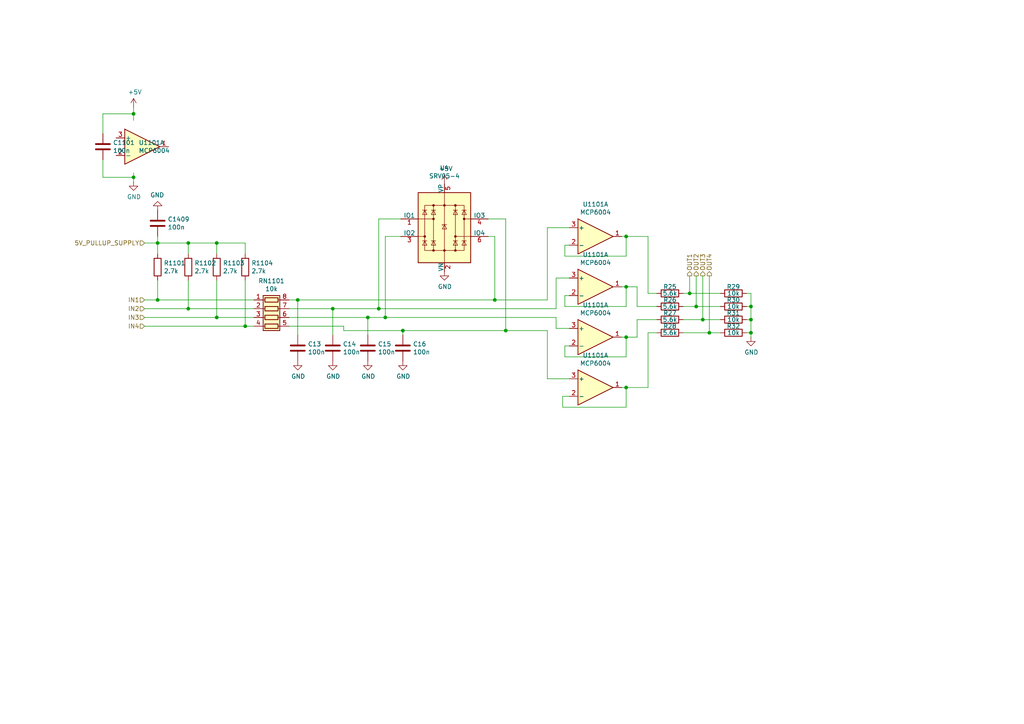
<source format=kicad_sch>
(kicad_sch (version 20211123) (generator eeschema)
  (paper "A4")
  (title_block (title "rusEfi Proteus") (date "2022-04-09") (rev "v0.7") (company "rusEFI") (comment 1 "github.com/mck1117/proteus") (comment 2 "rusefi.com/s/proteus"))
  (lib_symbols
    (symbol "Amplifier_Operational:MCP6004" (pin_names (offset 0.127))
      (property "Reference" "U" (at 0 5.08 0))
      (property "Value" "MCP6004" (at 0 -5.08 0))
      (symbol "MCP6004_1_1"
        (polyline (pts (xy -5.08 5.08) (xy 5.08 0) (xy -5.08 -5.08) (xy -5.08 5.08)) (stroke (width 0.254)) (fill (type background)))
        (pin output line (at 7.62 0 180) (length 2.54) (name "~") (number "1"))
        (pin input line (at -7.62 -2.54 0) (length 2.54) (name "-") (number "2"))
        (pin input line (at -7.62 2.54 0) (length 2.54) (name "+") (number "3"))
      )
      (symbol "MCP6004_2_1"
        (polyline (pts (xy -5.08 5.08) (xy 5.08 0) (xy -5.08 -5.08) (xy -5.08 5.08)) (stroke (width 0.254)) (fill (type background)))
        (pin input line (at -7.62 2.54 0) (length 2.54) (name "+") (number "5"))
        (pin input line (at -7.62 -2.54 0) (length 2.54) (name "-") (number "6"))
        (pin output line (at 7.62 0 180) (length 2.54) (name "~") (number "7"))
      )
      (symbol "MCP6004_3_1"
        (polyline (pts (xy -5.08 5.08) (xy 5.08 0) (xy -5.08 -5.08) (xy -5.08 5.08)) (stroke (width 0.254)) (fill (type background)))
        (pin input line (at -7.62 2.54 0) (length 2.54) (name "+") (number "10"))
        (pin output line (at 7.62 0 180) (length 2.54) (name "~") (number "8"))
        (pin input line (at -7.62 -2.54 0) (length 2.54) (name "-") (number "9"))
      )
      (symbol "MCP6004_4_1"
        (polyline (pts (xy -5.08 5.08) (xy 5.08 0) (xy -5.08 -5.08) (xy -5.08 5.08)) (stroke (width 0.254)) (fill (type background)))
        (pin input line (at -7.62 2.54 0) (length 2.54) (name "+") (number "12"))
        (pin input line (at -7.62 -2.54 0) (length 2.54) (name "-") (number "13"))
        (pin output line (at 7.62 0 180) (length 2.54) (name "~") (number "14"))
      )
      (symbol "MCP6004_5_1"
        (pin power_in line (at -2.54 -7.62 90) (length 3.81) (name "V-") (number "11"))
        (pin power_in line (at -2.54 7.62 270) (length 3.81) (name "V+") (number "4"))
      )
    )
    (symbol "Device:C" (pin_numbers hide) (pin_names (offset 0.254))
      (property "Reference" "C" (at 0.635 2.54 0))
      (property "Value" "C" (at 0.635 -2.54 0))
      (symbol "C_0_1"
        (polyline (pts (xy -2.032 -0.762) (xy 2.032 -0.762)) (stroke (width 0.508)))
        (polyline (pts (xy -2.032 0.762) (xy 2.032 0.762)) (stroke (width 0.508)))
      )
      (symbol "C_1_1"
        (pin passive line (at 0 3.81 270) (length 2.794) (name "~") (number "1"))
        (pin passive line (at 0 -3.81 90) (length 2.794) (name "~") (number "2"))
      )
    )
    (symbol "Device:R" (pin_numbers hide) (pin_names (offset 0))
      (property "Reference" "R" (at 2.032 0 90))
      (property "Value" "R" (at 0 0 90))
      (symbol "R_0_1"
        (rectangle (start -1.016 -2.54) (end 1.016 2.54) (stroke (width 0.254)))
      )
      (symbol "R_1_1"
        (pin passive line (at 0 3.81 270) (length 1.27) (name "~") (number "1"))
        (pin passive line (at 0 -3.81 90) (length 1.27) (name "~") (number "2"))
      )
    )
    (symbol "Device:R_Pack04" (pin_names (offset 0) hide)
      (property "Reference" "RN" (at -7.62 0 90))
      (property "Value" "R_Pack04" (at 5.08 0 90))
      (symbol "R_Pack04_0_1"
        (rectangle (start -6.35 -2.413) (end 3.81 2.413) (stroke (width 0.254)) (fill (type background)))
        (rectangle (start -5.715 1.905) (end -4.445 -1.905) (stroke (width 0.254)))
        (rectangle (start -3.175 1.905) (end -1.905 -1.905) (stroke (width 0.254)))
        (rectangle (start -0.635 1.905) (end 0.635 -1.905) (stroke (width 0.254)))
        (polyline (pts (xy -5.08 -2.54) (xy -5.08 -1.905)))
        (polyline (pts (xy -5.08 1.905) (xy -5.08 2.54)))
        (polyline (pts (xy -2.54 -2.54) (xy -2.54 -1.905)))
        (polyline (pts (xy -2.54 1.905) (xy -2.54 2.54)))
        (polyline (pts (xy 0 -2.54) (xy 0 -1.905)))
        (polyline (pts (xy 0 1.905) (xy 0 2.54)))
        (polyline (pts (xy 2.54 -2.54) (xy 2.54 -1.905)))
        (polyline (pts (xy 2.54 1.905) (xy 2.54 2.54)))
        (rectangle (start 1.905 1.905) (end 3.175 -1.905) (stroke (width 0.254)))
      )
      (symbol "R_Pack04_1_1"
        (pin passive line (at -5.08 -5.08 90) (length 2.54) (name "R1.1") (number "1"))
        (pin passive line (at -2.54 -5.08 90) (length 2.54) (name "R2.1") (number "2"))
        (pin passive line (at 0 -5.08 90) (length 2.54) (name "R3.1") (number "3"))
        (pin passive line (at 2.54 -5.08 90) (length 2.54) (name "R4.1") (number "4"))
        (pin passive line (at 2.54 5.08 270) (length 2.54) (name "R4.2") (number "5"))
        (pin passive line (at 0 5.08 270) (length 2.54) (name "R3.2") (number "6"))
        (pin passive line (at -2.54 5.08 270) (length 2.54) (name "R2.2") (number "7"))
        (pin passive line (at -5.08 5.08 270) (length 2.54) (name "R1.2") (number "8"))
      )
    )
    (symbol "Power_Protection:SRV05-4" (pin_names (offset 0))
      (property "Reference" "U" (at -5.08 11.43 0))
      (property "Value" "SRV05-4" (at 2.54 11.43 0))
      (symbol "SRV05-4_0_0"
        (rectangle (start -5.715 6.477) (end 5.715 -6.604))
        (polyline (pts (xy -3.175 -6.604) (xy -3.175 6.477)))
        (polyline (pts (xy 3.175 6.477) (xy 3.175 -6.604)))
      )
      (symbol "SRV05-4_0_1"
        (rectangle (start -7.62 10.16) (end 7.62 -10.16) (stroke (width 0.254)) (fill (type background)))
        (circle (center -5.715 -2.54) (radius 0.2794) (fill (type outline)))
        (circle (center -3.175 -6.604) (radius 0.2794) (fill (type outline)))
        (circle (center -3.175 2.54) (radius 0.2794) (fill (type outline)))
        (circle (center -3.175 6.477) (radius 0.2794) (fill (type outline)))
        (circle (center 0 -6.604) (radius 0.2794) (fill (type outline)))
        (polyline (pts (xy -7.747 2.54) (xy -3.175 2.54)))
        (polyline (pts (xy -7.62 -2.54) (xy -5.715 -2.54)))
        (polyline (pts (xy -5.08 -3.81) (xy -6.35 -3.81)))
        (polyline (pts (xy -5.08 5.08) (xy -6.35 5.08)))
        (polyline (pts (xy -2.54 -3.81) (xy -3.81 -3.81)))
        (polyline (pts (xy -2.54 5.08) (xy -3.81 5.08)))
        (polyline (pts (xy 0 10.16) (xy 0 -10.16)))
        (polyline (pts (xy 3.81 -3.81) (xy 2.54 -3.81)))
        (polyline (pts (xy 3.81 5.08) (xy 2.54 5.08)))
        (polyline (pts (xy 6.35 -3.81) (xy 5.08 -3.81)))
        (polyline (pts (xy 6.35 5.08) (xy 5.08 5.08)))
        (polyline (pts (xy 7.62 -2.54) (xy 3.175 -2.54)))
        (polyline (pts (xy 7.62 2.54) (xy 5.715 2.54)))
        (polyline (pts (xy 0.635 0.889) (xy -0.635 0.889) (xy -0.635 0.635)))
        (polyline (pts (xy -5.08 -5.08) (xy -6.35 -5.08) (xy -5.715 -3.81) (xy -5.08 -5.08)))
        (polyline (pts (xy -5.08 3.81) (xy -6.35 3.81) (xy -5.715 5.08) (xy -5.08 3.81)))
        (polyline (pts (xy -2.54 -5.08) (xy -3.81 -5.08) (xy -3.175 -3.81) (xy -2.54 -5.08)))
        (polyline (pts (xy -2.54 3.81) (xy -3.81 3.81) (xy -3.175 5.08) (xy -2.54 3.81)))
        (polyline (pts (xy 0.635 -0.381) (xy -0.635 -0.381) (xy 0 0.889) (xy 0.635 -0.381)))
        (polyline (pts (xy 3.81 -5.08) (xy 2.54 -5.08) (xy 3.175 -3.81) (xy 3.81 -5.08)))
        (polyline (pts (xy 3.81 3.81) (xy 2.54 3.81) (xy 3.175 5.08) (xy 3.81 3.81)))
        (polyline (pts (xy 6.35 -5.08) (xy 5.08 -5.08) (xy 5.715 -3.81) (xy 6.35 -5.08)))
        (polyline (pts (xy 6.35 3.81) (xy 5.08 3.81) (xy 5.715 5.08) (xy 6.35 3.81)))
        (circle (center 0 6.477) (radius 0.2794) (fill (type outline)))
        (circle (center 3.175 -6.604) (radius 0.2794) (fill (type outline)))
        (circle (center 3.175 -2.54) (radius 0.2794) (fill (type outline)))
        (circle (center 3.175 6.477) (radius 0.2794) (fill (type outline)))
        (circle (center 5.715 2.54) (radius 0.2794) (fill (type outline)))
      )
      (symbol "SRV05-4_1_1"
        (pin passive line (at -12.7 2.54 0) (length 5.08) (name "IO1") (number "1"))
        (pin passive line (at 0 -12.7 90) (length 2.54) (name "VN") (number "2"))
        (pin passive line (at -12.7 -2.54 0) (length 5.08) (name "IO2") (number "3"))
        (pin passive line (at 12.7 2.54 180) (length 5.08) (name "IO3") (number "4"))
        (pin passive line (at 0 12.7 270) (length 2.54) (name "VP") (number "5"))
        (pin passive line (at 12.7 -2.54 180) (length 5.08) (name "IO4") (number "6"))
      )
    )
    (symbol "power:+5V" (power) (pin_names (offset 0))
      (property "Value" "+5V" (at 0 3.556 0))
      (symbol "+5V_0_1"
        (polyline (pts (xy -0.762 1.27) (xy 0 2.54)))
        (polyline (pts (xy 0 0) (xy 0 2.54)))
        (polyline (pts (xy 0 2.54) (xy 0.762 1.27)))
      )
      (symbol "+5V_1_1"
        (pin power_in line (at 0 0 90) (length 0) hide (name "+5V") (number "1"))
      )
    )
    (symbol "power:GND" (power) (pin_names (offset 0))
      (property "Value" "GND" (at 0 -3.81 0))
      (symbol "GND_0_1"
        (polyline (pts (xy 0 0) (xy 0 -1.27) (xy 1.27 -1.27) (xy 0 -2.54) (xy -1.27 -1.27) (xy 0 -1.27)))
      )
      (symbol "GND_1_1"
        (pin power_in line (at 0 0 270) (length 0) hide (name "GND") (number "1"))
      )
    )
  )
  (junction (at 181.61 97.79))
  (junction (at 217.805 96.52))
  (junction (at 181.61 112.395))
  (junction (at 62.865 70.485))
  (junction (at 205.74 96.52))
  (junction (at 109.855 89.535))
  (junction (at 45.72 70.485))
  (junction (at 54.61 70.485))
  (junction (at 143.51 86.995))
  (junction (at 181.61 68.58))
  (junction (at 217.805 88.9))
  (junction (at 86.36 86.995))
  (junction (at 62.865 92.075))
  (junction (at 181.61 83.185))
  (junction (at 38.735 33.02))
  (junction (at 71.12 94.615))
  (junction (at 54.61 89.535))
  (junction (at 201.93 88.9))
  (junction (at 217.805 92.71))
  (junction (at 111.76 92.075))
  (junction (at 38.735 51.435))
  (junction (at 200.025 85.09))
  (junction (at 116.84 95.885))
  (junction (at 203.835 92.71))
  (junction (at 106.68 92.075))
  (junction (at 45.72 86.995))
  (junction (at 96.52 89.535))
  (junction (at 146.685 95.885))
  (wire (pts (xy 184.785 83.185) (xy 184.785 88.9)))
  (wire (pts (xy 45.72 70.485) (xy 54.61 70.485)))
  (wire (pts (xy 116.205 63.5) (xy 109.855 63.5)))
  (wire (pts (xy 158.75 95.885) (xy 158.75 109.855)))
  (wire (pts (xy 116.84 95.885) (xy 146.685 95.885)))
  (wire (pts (xy 187.96 112.395) (xy 181.61 112.395)))
  (wire (pts (xy 190.5 85.09) (xy 187.96 85.09)))
  (wire (pts (xy 217.805 96.52) (xy 216.535 96.52)))
  (wire (pts (xy 83.82 94.615) (xy 99.695 94.615)))
  (wire (pts (xy 99.695 95.885) (xy 116.84 95.885)))
  (wire (pts (xy 161.29 80.645) (xy 161.29 89.535)))
  (wire (pts (xy 190.5 96.52) (xy 187.96 96.52)))
  (wire (pts (xy 109.855 89.535) (xy 161.29 89.535)))
  (wire (pts (xy 217.805 85.09) (xy 217.805 88.9)))
  (wire (pts (xy 217.805 92.71) (xy 216.535 92.71)))
  (wire (pts (xy 208.915 88.9) (xy 201.93 88.9)))
  (wire (pts (xy 143.51 86.995) (xy 158.75 86.995)))
  (wire (pts (xy 41.91 86.995) (xy 45.72 86.995)))
  (wire (pts (xy 41.91 70.485) (xy 45.72 70.485)))
  (wire (pts (xy 41.91 89.535) (xy 54.61 89.535)))
  (wire (pts (xy 45.72 68.58) (xy 45.72 70.485)))
  (wire (pts (xy 187.96 85.09) (xy 187.96 68.58)))
  (wire (pts (xy 158.75 66.04) (xy 165.1 66.04)))
  (wire (pts (xy 111.76 92.075) (xy 111.76 68.58)))
  (wire (pts (xy 71.12 81.28) (xy 71.12 94.615)))
  (wire (pts (xy 163.83 71.12) (xy 163.83 74.295)))
  (wire (pts (xy 41.91 92.075) (xy 62.865 92.075)))
  (wire (pts (xy 86.36 86.995) (xy 83.82 86.995)))
  (wire (pts (xy 45.72 70.485) (xy 45.72 73.66)))
  (wire (pts (xy 184.785 97.79) (xy 184.785 92.71)))
  (wire (pts (xy 205.74 96.52) (xy 205.74 80.01)))
  (wire (pts (xy 203.835 92.71) (xy 208.915 92.71)))
  (wire (pts (xy 187.96 68.58) (xy 181.61 68.58)))
  (wire (pts (xy 165.1 85.725) (xy 163.83 85.725)))
  (wire (pts (xy 111.76 68.58) (xy 116.205 68.58)))
  (wire (pts (xy 163.195 114.935) (xy 163.195 118.11)))
  (wire (pts (xy 181.61 74.295) (xy 181.61 68.58)))
  (wire (pts (xy 187.96 96.52) (xy 187.96 112.395)))
  (wire (pts (xy 181.61 103.505) (xy 181.61 97.79)))
  (wire (pts (xy 106.68 92.075) (xy 106.68 97.155)))
  (wire (pts (xy 163.83 85.725) (xy 163.83 88.9)))
  (wire (pts (xy 181.61 68.58) (xy 180.34 68.58)))
  (wire (pts (xy 38.735 52.705) (xy 38.735 51.435)))
  (wire (pts (xy 161.29 92.075) (xy 161.29 95.25)))
  (wire (pts (xy 38.735 51.435) (xy 29.845 51.435)))
  (wire (pts (xy 165.1 80.645) (xy 161.29 80.645)))
  (wire (pts (xy 141.605 63.5) (xy 146.685 63.5)))
  (wire (pts (xy 158.75 109.855) (xy 165.1 109.855)))
  (wire (pts (xy 146.685 95.885) (xy 158.75 95.885)))
  (wire (pts (xy 201.93 80.01) (xy 201.93 88.9)))
  (wire (pts (xy 161.29 95.25) (xy 165.1 95.25)))
  (wire (pts (xy 208.915 96.52) (xy 205.74 96.52)))
  (wire (pts (xy 181.61 112.395) (xy 180.34 112.395)))
  (wire (pts (xy 217.805 92.71) (xy 217.805 88.9)))
  (wire (pts (xy 38.735 33.02) (xy 38.735 34.925)))
  (wire (pts (xy 99.695 94.615) (xy 99.695 95.885)))
  (wire (pts (xy 96.52 89.535) (xy 109.855 89.535)))
  (wire (pts (xy 45.72 86.995) (xy 73.66 86.995)))
  (wire (pts (xy 203.835 80.01) (xy 203.835 92.71)))
  (wire (pts (xy 116.84 97.155) (xy 116.84 95.885)))
  (wire (pts (xy 200.025 85.09) (xy 200.025 80.01)))
  (wire (pts (xy 200.025 85.09) (xy 208.915 85.09)))
  (wire (pts (xy 163.83 74.295) (xy 181.61 74.295)))
  (wire (pts (xy 54.61 81.28) (xy 54.61 89.535)))
  (wire (pts (xy 71.12 70.485) (xy 71.12 73.66)))
  (wire (pts (xy 184.785 92.71) (xy 190.5 92.71)))
  (wire (pts (xy 86.36 86.995) (xy 143.51 86.995)))
  (wire (pts (xy 45.72 81.28) (xy 45.72 86.995)))
  (wire (pts (xy 29.845 38.735) (xy 29.845 33.02)))
  (wire (pts (xy 106.68 92.075) (xy 111.76 92.075)))
  (wire (pts (xy 158.75 86.995) (xy 158.75 66.04)))
  (wire (pts (xy 54.61 70.485) (xy 54.61 73.66)))
  (wire (pts (xy 141.605 68.58) (xy 143.51 68.58)))
  (wire (pts (xy 198.12 85.09) (xy 200.025 85.09)))
  (wire (pts (xy 181.61 83.185) (xy 184.785 83.185)))
  (wire (pts (xy 146.685 63.5) (xy 146.685 95.885)))
  (wire (pts (xy 29.845 51.435) (xy 29.845 46.355)))
  (wire (pts (xy 29.845 33.02) (xy 38.735 33.02)))
  (wire (pts (xy 54.61 70.485) (xy 62.865 70.485)))
  (wire (pts (xy 163.83 88.9) (xy 181.61 88.9)))
  (wire (pts (xy 62.865 92.075) (xy 73.66 92.075)))
  (wire (pts (xy 165.1 114.935) (xy 163.195 114.935)))
  (wire (pts (xy 109.855 63.5) (xy 109.855 89.535)))
  (wire (pts (xy 62.865 70.485) (xy 62.865 73.66)))
  (wire (pts (xy 83.82 92.075) (xy 106.68 92.075)))
  (wire (pts (xy 163.83 103.505) (xy 181.61 103.505)))
  (wire (pts (xy 201.93 88.9) (xy 198.12 88.9)))
  (wire (pts (xy 163.83 100.33) (xy 163.83 103.505)))
  (wire (pts (xy 96.52 89.535) (xy 96.52 97.155)))
  (wire (pts (xy 111.76 92.075) (xy 161.29 92.075)))
  (wire (pts (xy 184.785 88.9) (xy 190.5 88.9)))
  (wire (pts (xy 71.12 94.615) (xy 73.66 94.615)))
  (wire (pts (xy 217.805 88.9) (xy 216.535 88.9)))
  (wire (pts (xy 38.735 51.435) (xy 38.735 50.165)))
  (wire (pts (xy 86.36 97.155) (xy 86.36 86.995)))
  (wire (pts (xy 62.865 70.485) (xy 71.12 70.485)))
  (wire (pts (xy 217.805 96.52) (xy 217.805 92.71)))
  (wire (pts (xy 181.61 88.9) (xy 181.61 83.185)))
  (wire (pts (xy 54.61 89.535) (xy 73.66 89.535)))
  (wire (pts (xy 198.12 92.71) (xy 203.835 92.71)))
  (wire (pts (xy 143.51 68.58) (xy 143.51 86.995)))
  (wire (pts (xy 83.82 89.535) (xy 96.52 89.535)))
  (wire (pts (xy 41.91 94.615) (xy 71.12 94.615)))
  (wire (pts (xy 181.61 83.185) (xy 180.34 83.185)))
  (wire (pts (xy 38.735 31.115) (xy 38.735 33.02)))
  (wire (pts (xy 181.61 97.79) (xy 184.785 97.79)))
  (wire (pts (xy 205.74 96.52) (xy 198.12 96.52)))
  (wire (pts (xy 165.1 100.33) (xy 163.83 100.33)))
  (wire (pts (xy 181.61 97.79) (xy 180.34 97.79)))
  (wire (pts (xy 181.61 118.11) (xy 181.61 112.395)))
  (wire (pts (xy 217.805 97.79) (xy 217.805 96.52)))
  (wire (pts (xy 216.535 85.09) (xy 217.805 85.09)))
  (wire (pts (xy 165.1 71.12) (xy 163.83 71.12)))
  (wire (pts (xy 163.195 118.11) (xy 181.61 118.11)))
  (wire (pts (xy 62.865 81.28) (xy 62.865 92.075)))
  (hierarchical_label "IN2" (shape input) (at 41.91 89.535 180))
  (hierarchical_label "OUT1" (shape output) (at 200.025 80.01 90))
  (hierarchical_label "OUT3" (shape output) (at 203.835 80.01 90))
  (hierarchical_label "IN4" (shape input) (at 41.91 94.615 180))
  (hierarchical_label "5V_PULLUP_SUPPLY" (shape input) (at 41.91 70.485 180))
  (hierarchical_label "OUT4" (shape output) (at 205.74 80.01 90))
  (hierarchical_label "OUT2" (shape output) (at 201.93 80.01 90))
  (hierarchical_label "IN3" (shape input) (at 41.91 92.075 180))
  (hierarchical_label "IN1" (shape input) (at 41.91 86.995 180))
  (symbol (lib_id "Amplifier_Operational:MCP6004") (at 41.275 42.545 0)
    (property "Reference" "U1101" (at 40.2082 41.3766 0) (effects (justify left)))
    (property "Value" "MCP6004" (at 40.2082 43.688 0) (effects (justify left)))
    (property "Footprint" "Package_SO:TSSOP-14_4.4x5mm_P0.65mm" (effects hide))
    (property "Datasheet" "http://ww1.microchip.com/downloads/en/DeviceDoc/21733j.pdf" (effects hide))
    (property "PN" "MCP6004T-I/ST" (effects hide))
    (property "LCSC" "C50282" (effects hide))
    (property "LCSC_ext" "1" (effects hide))
    (property "possible_not_ext" "1" (effects hide))
  )
  (symbol (lib_id "Device:R_Pack04") (at 78.74 92.075 270)
    (property "Reference" "RN1101" (at 78.74 81.4832 90))
    (property "Value" "10k" (at 78.74 83.7946 90))
    (property "Footprint" "Resistor_SMD:R_Array_Convex_4x0603" (effects hide))
    (property "PN" "CAT16-473J4LF" (effects hide))
    (property "LCSC" "C29718" (effects hide))
    (property "LCSC_ext" "0" (effects hide))
  )
  (symbol (lib_id "Device:R") (at 45.72 77.47 0)
    (property "Reference" "R1101" (at 47.498 76.3016 0) (effects (justify left)))
    (property "Value" "2.7k" (at 47.498 78.613 0) (effects (justify left)))
    (property "Footprint" "Resistor_SMD:R_0603_1608Metric" (effects hide))
    (property "LCSC" "C13167" (effects hide))
    (property "LCSC_ext" "0" (effects hide))
  )
  (symbol (lib_id "Device:C") (at 29.845 42.545 0)
    (property "Reference" "C1101" (at 32.766 41.3766 0) (effects (justify left)))
    (property "Value" "100n" (at 32.766 43.688 0) (effects (justify left)))
    (property "Footprint" "Capacitor_SMD:C_0603_1608Metric" (effects hide))
    (property "LCSC" "C14663" (effects hide))
    (property "LCSC_ext" "0" (effects hide))
  )
  (symbol (lib_id "power:GND") (at 38.735 52.705 0)
    (property "Reference" "#PWR01102" (effects hide))
    (property "Value" "GND" (at 38.862 57.0992 0))
  )
  (symbol (lib_id "power:GND") (at 106.68 104.775 0)
    (property "Reference" "#PWR01108" (effects hide))
    (property "Value" "GND" (at 106.807 109.1692 0))
  )
  (symbol (lib_id "power:GND") (at 116.84 104.775 0)
    (property "Reference" "#PWR01109" (effects hide))
    (property "Value" "GND" (at 116.967 109.1692 0))
  )
  (symbol (lib_id "power:GND") (at 217.805 97.79 0)
    (property "Reference" "#PWR01105" (effects hide))
    (property "Value" "GND" (at 217.932 102.1842 0))
  )
  (symbol (lib_id "Device:C") (at 45.72 64.77 0)
    (property "Reference" "C1409" (at 48.641 63.6016 0) (effects (justify left)))
    (property "Value" "100n" (at 48.641 65.913 0) (effects (justify left)))
    (property "Footprint" "Capacitor_SMD:C_0603_1608Metric" (effects hide))
    (property "LCSC" "C14663" (effects hide))
    (property "LCSC_ext" "0" (effects hide))
  )
  (symbol (lib_id "power:GND") (at 45.72 60.96 180)
    (property "Reference" "#PWR0210" (effects hide))
    (property "Value" "GND" (at 45.593 56.5658 0))
  )
  (symbol (lib_id "Device:R") (at 54.61 77.47 0)
    (property "Reference" "R1102" (at 56.388 76.3016 0) (effects (justify left)))
    (property "Value" "2.7k" (at 56.388 78.613 0) (effects (justify left)))
    (property "Footprint" "Resistor_SMD:R_0603_1608Metric" (effects hide))
    (property "LCSC" "C13167" (effects hide))
    (property "LCSC_ext" "0" (effects hide))
  )
  (symbol (lib_id "Device:R") (at 62.865 77.47 0)
    (property "Reference" "R1103" (at 64.643 76.3016 0) (effects (justify left)))
    (property "Value" "2.7k" (at 64.643 78.613 0) (effects (justify left)))
    (property "Footprint" "Resistor_SMD:R_0603_1608Metric" (effects hide))
    (property "LCSC" "C13167" (effects hide))
    (property "LCSC_ext" "0" (effects hide))
  )
  (symbol (lib_id "Device:R") (at 71.12 77.47 0)
    (property "Reference" "R1104" (at 72.898 76.3016 0) (effects (justify left)))
    (property "Value" "2.7k" (at 72.898 78.613 0) (effects (justify left)))
    (property "Footprint" "Resistor_SMD:R_0603_1608Metric" (effects hide))
    (property "LCSC" "C13167" (effects hide))
    (property "LCSC_ext" "0" (effects hide))
  )
  (symbol (lib_id "Amplifier_Operational:MCP6004") (at 172.72 68.58 0)
    (property "Reference" "U1101" (at 172.72 59.2582 0))
    (property "Value" "MCP6004" (at 172.72 61.5696 0))
    (property "Footprint" "Package_SO:TSSOP-14_4.4x5mm_P0.65mm" (effects hide))
    (property "Datasheet" "http://ww1.microchip.com/downloads/en/DeviceDoc/21733j.pdf" (effects hide))
    (property "PN" "MCP6004T-I/ST" (effects hide))
    (property "LCSC" "C50282" (effects hide))
    (property "LCSC_ext" "1" (effects hide))
    (property "possible_not_ext" "1" (effects hide))
  )
  (symbol (lib_id "Amplifier_Operational:MCP6004") (at 172.72 83.185 0)
    (property "Reference" "U1101" (at 172.72 73.8632 0))
    (property "Value" "MCP6004" (at 172.72 76.1746 0))
    (property "Footprint" "Package_SO:TSSOP-14_4.4x5mm_P0.65mm" (effects hide))
    (property "Datasheet" "http://ww1.microchip.com/downloads/en/DeviceDoc/21733j.pdf" (effects hide))
    (property "PN" "MCP6004T-I/ST" (effects hide))
    (property "LCSC" "C50282" (effects hide))
    (property "LCSC_ext" "1" (effects hide))
    (property "possible_not_ext" "1" (effects hide))
  )
  (symbol (lib_id "Amplifier_Operational:MCP6004") (at 172.72 97.79 0)
    (property "Reference" "U1101" (at 172.72 88.4682 0))
    (property "Value" "MCP6004" (at 172.72 90.7796 0))
    (property "Footprint" "Package_SO:TSSOP-14_4.4x5mm_P0.65mm" (effects hide))
    (property "Datasheet" "http://ww1.microchip.com/downloads/en/DeviceDoc/21733j.pdf" (effects hide))
    (property "PN" "MCP6004T-I/ST" (effects hide))
    (property "LCSC" "C50282" (effects hide))
    (property "LCSC_ext" "1" (effects hide))
    (property "possible_not_ext" "1" (effects hide))
  )
  (symbol (lib_id "Amplifier_Operational:MCP6004") (at 172.72 112.395 0)
    (property "Reference" "U1101" (at 172.72 103.0732 0))
    (property "Value" "MCP6004" (at 172.72 105.3846 0))
    (property "Footprint" "Package_SO:TSSOP-14_4.4x5mm_P0.65mm" (effects hide))
    (property "Datasheet" "http://ww1.microchip.com/downloads/en/DeviceDoc/21733j.pdf" (effects hide))
    (property "PN" "MCP6004T-I/ST" (effects hide))
    (property "LCSC" "C50282" (effects hide))
    (property "LCSC_ext" "1" (effects hide))
    (property "possible_not_ext" "1" (effects hide))
  )
  (symbol (lib_id "power:GND") (at 86.36 104.775 0)
    (property "Reference" "#PWR01106" (effects hide))
    (property "Value" "GND" (at 86.487 109.1692 0))
  )
  (symbol (lib_id "power:GND") (at 96.52 104.775 0)
    (property "Reference" "#PWR01107" (effects hide))
    (property "Value" "GND" (at 96.647 109.1692 0))
  )
  (symbol (lib_id "power:+5V") (at 38.735 31.115 0) (unit 1)
    (property "Reference" "#PWR0218" (effects hide))
    (property "Value" "+5V" (at 39.116 26.7208 0))
  )
  (symbol (lib_id "Device:C") (at 86.36 100.965 0) (unit 1)
    (property "Reference" "C13" (at 89.281 99.7966 0) (effects (justify left)))
    (property "Value" "100n" (at 89.281 102.108 0) (effects (justify left)))
    (property "Footprint" "Capacitor_SMD:C_0402_1005Metric" (effects hide))
    (property "LCSC" "C1525" (effects hide))
    (property "LCSC_ext" "0" (effects hide))
  )
  (symbol (lib_id "Device:C") (at 96.52 100.965 0) (unit 1)
    (property "Reference" "C14" (at 99.441 99.7966 0) (effects (justify left)))
    (property "Value" "100n" (at 99.441 102.108 0) (effects (justify left)))
    (property "Footprint" "Capacitor_SMD:C_0402_1005Metric" (effects hide))
    (property "LCSC" "C1525" (effects hide))
    (property "LCSC_ext" "0" (effects hide))
  )
  (symbol (lib_id "Device:C") (at 106.68 100.965 0) (unit 1)
    (property "Reference" "C15" (at 109.601 99.7966 0) (effects (justify left)))
    (property "Value" "100n" (at 109.601 102.108 0) (effects (justify left)))
    (property "Footprint" "Capacitor_SMD:C_0402_1005Metric" (effects hide))
    (property "LCSC" "C1525" (effects hide))
    (property "LCSC_ext" "0" (effects hide))
  )
  (symbol (lib_id "Device:C") (at 116.84 100.965 0) (unit 1)
    (property "Reference" "C16" (at 119.761 99.7966 0) (effects (justify left)))
    (property "Value" "100n" (at 119.761 102.108 0) (effects (justify left)))
    (property "Footprint" "Capacitor_SMD:C_0402_1005Metric" (effects hide))
    (property "LCSC" "C1525" (effects hide))
    (property "LCSC_ext" "0" (effects hide))
  )
  (symbol (lib_id "Power_Protection:SRV05-4") (at 128.905 66.04 0) (unit 1)
    (property "Reference" "U4" (at 128.905 48.7426 0))
    (property "Value" "SRV05-4" (at 128.905 51.054 0))
    (property "Footprint" "Package_TO_SOT_SMD:SOT-23-6" (effects hide))
    (property "Datasheet" "http://www.onsemi.com/pub/Collateral/SRV05-4-D.PDF" (effects hide))
    (property "LCSC" "C85364" (effects hide))
    (property "LCSC_ext" "0" (effects hide))
  )
  (symbol (lib_id "power:GND") (at 128.905 78.74 0)
    (property "Reference" "#PWR0272" (effects hide))
    (property "Value" "GND" (at 129.032 83.1342 0))
  )
  (symbol (lib_id "power:+5V") (at 128.905 53.34 0) (unit 1)
    (property "Reference" "#PWR0273" (effects hide))
    (property "Value" "+5V" (at 129.286 48.9458 0))
  )
  (symbol (lib_id "Device:R") (at 194.31 85.09 270) (unit 1)
    (property "Reference" "R25" (at 194.31 83.185 90))
    (property "Value" "5.6k" (at 194.31 85.09 90))
    (property "Footprint" "Resistor_SMD:R_0402_1005Metric" (effects hide))
    (property "LCSC" "C25908" (effects hide))
    (property "LCSC_ext" "0" (effects hide))
  )
  (symbol (lib_id "Device:R") (at 194.31 88.9 270) (unit 1)
    (property "Reference" "R26" (at 194.31 86.995 90))
    (property "Value" "5.6k" (at 194.31 88.9 90))
    (property "Footprint" "Resistor_SMD:R_0402_1005Metric" (effects hide))
    (property "LCSC" "C25908" (effects hide))
    (property "LCSC_ext" "0" (effects hide))
  )
  (symbol (lib_id "Device:R") (at 194.31 92.71 270) (unit 1)
    (property "Reference" "R27" (at 194.31 90.805 90))
    (property "Value" "5.6k" (at 194.31 92.71 90))
    (property "Footprint" "Resistor_SMD:R_0402_1005Metric" (effects hide))
    (property "LCSC" "C25908" (effects hide))
    (property "LCSC_ext" "0" (effects hide))
  )
  (symbol (lib_id "Device:R") (at 194.31 96.52 270) (unit 1)
    (property "Reference" "R28" (at 194.31 94.615 90))
    (property "Value" "5.6k" (at 194.31 96.52 90))
    (property "Footprint" "Resistor_SMD:R_0402_1005Metric" (effects hide))
    (property "LCSC" "C25908" (effects hide))
    (property "LCSC_ext" "0" (effects hide))
  )
  (symbol (lib_id "Device:R") (at 212.725 85.09 270) (unit 1)
    (property "Reference" "R29" (at 212.725 83.185 90))
    (property "Value" "10k" (at 212.725 85.09 90))
    (property "Footprint" "Resistor_SMD:R_0402_1005Metric" (effects hide))
    (property "LCSC" "C25744" (effects hide))
    (property "LCSC_ext" "0" (effects hide))
  )
  (symbol (lib_id "Device:R") (at 212.725 88.9 270) (unit 1)
    (property "Reference" "R30" (at 212.725 86.995 90))
    (property "Value" "10k" (at 212.725 88.9 90))
    (property "Footprint" "Resistor_SMD:R_0402_1005Metric" (effects hide))
    (property "LCSC" "C25744" (effects hide))
    (property "LCSC_ext" "0" (effects hide))
  )
  (symbol (lib_id "Device:R") (at 212.725 92.71 270) (unit 1)
    (property "Reference" "R31" (at 212.725 90.805 90))
    (property "Value" "10k" (at 212.725 92.71 90))
    (property "Footprint" "Resistor_SMD:R_0402_1005Metric" (effects hide))
    (property "LCSC" "C25744" (effects hide))
    (property "LCSC_ext" "0" (effects hide))
  )
  (symbol (lib_id "Device:R") (at 212.725 96.52 270) (unit 1)
    (property "Reference" "R32" (at 212.725 94.615 90))
    (property "Value" "10k" (at 212.725 96.52 90))
    (property "Footprint" "Resistor_SMD:R_0402_1005Metric" (effects hide))
    (property "LCSC" "C25744" (effects hide))
    (property "LCSC_ext" "0" (effects hide))
  )
)
</source>
